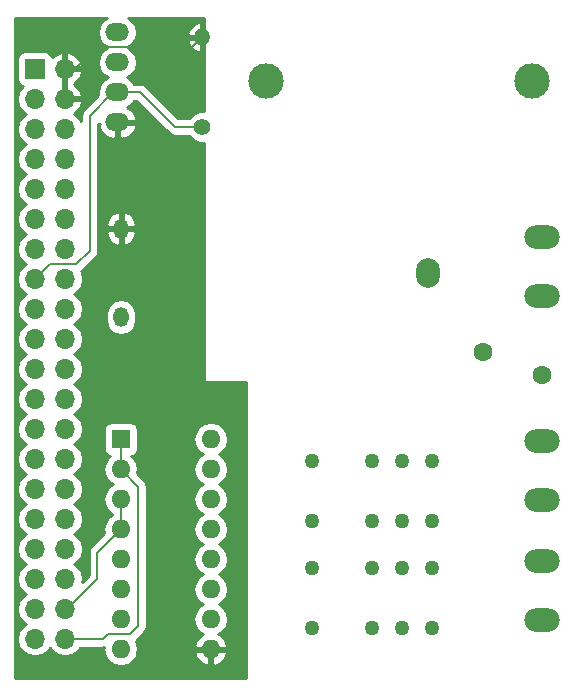
<source format=gbr>
G04 #@! TF.FileFunction,Copper,L2,Bot,Signal*
%FSLAX46Y46*%
G04 Gerber Fmt 4.6, Leading zero omitted, Abs format (unit mm)*
G04 Created by KiCad (PCBNEW 4.0.7) date 12/06/18 03:02:26*
%MOMM*%
%LPD*%
G01*
G04 APERTURE LIST*
%ADD10C,0.100000*%
%ADD11C,1.270000*%
%ADD12C,3.000000*%
%ADD13R,1.700000X1.700000*%
%ADD14O,1.700000X1.700000*%
%ADD15O,3.000000X2.000000*%
%ADD16C,1.400000*%
%ADD17O,1.400000X1.400000*%
%ADD18C,1.600000*%
%ADD19O,2.000000X1.500000*%
%ADD20R,1.600000X1.600000*%
%ADD21O,1.600000X1.600000*%
%ADD22O,2.000000X2.500000*%
%ADD23O,1.300000X1.700000*%
%ADD24C,0.200000*%
%ADD25C,0.254000*%
G04 APERTURE END LIST*
D10*
D11*
X60274600Y-79830000D03*
X65354600Y-79830000D03*
X67894600Y-79830000D03*
X70434600Y-79830000D03*
X70434600Y-74750000D03*
X67894600Y-74750000D03*
X65354600Y-74750000D03*
X60274600Y-74750000D03*
X60274600Y-70830000D03*
X65354600Y-70830000D03*
X67894600Y-70830000D03*
X70434600Y-70830000D03*
X70434600Y-65750000D03*
X67894600Y-65750000D03*
X65354600Y-65750000D03*
X60274600Y-65750000D03*
D12*
X78892400Y-33528000D03*
X56392400Y-33528000D03*
D13*
X36830000Y-32512000D03*
D14*
X39370000Y-32512000D03*
X36830000Y-35052000D03*
X39370000Y-35052000D03*
X36830000Y-37592000D03*
X39370000Y-37592000D03*
X36830000Y-40132000D03*
X39370000Y-40132000D03*
X36830000Y-42672000D03*
X39370000Y-42672000D03*
X36830000Y-45212000D03*
X39370000Y-45212000D03*
X36830000Y-47752000D03*
X39370000Y-47752000D03*
X36830000Y-50292000D03*
X39370000Y-50292000D03*
X36830000Y-52832000D03*
X39370000Y-52832000D03*
X36830000Y-55372000D03*
X39370000Y-55372000D03*
X36830000Y-57912000D03*
X39370000Y-57912000D03*
X36830000Y-60452000D03*
X39370000Y-60452000D03*
X36830000Y-62992000D03*
X39370000Y-62992000D03*
X36830000Y-65532000D03*
X39370000Y-65532000D03*
X36830000Y-68072000D03*
X39370000Y-68072000D03*
X36830000Y-70612000D03*
X39370000Y-70612000D03*
X36830000Y-73152000D03*
X39370000Y-73152000D03*
X36830000Y-75692000D03*
X39370000Y-75692000D03*
X36830000Y-78232000D03*
X39370000Y-78232000D03*
X36830000Y-80772000D03*
X39370000Y-80772000D03*
D15*
X79756000Y-79208000D03*
X79756000Y-74208000D03*
X79756000Y-51776000D03*
X79756000Y-46776000D03*
X79756000Y-69048000D03*
X79756000Y-64048000D03*
D16*
X51003200Y-37439600D03*
D17*
X51003200Y-29819600D03*
D18*
X79756000Y-58420000D03*
X74756000Y-56520000D03*
D19*
X43797600Y-37033200D03*
X43797600Y-34493200D03*
X43797600Y-31953200D03*
X43797600Y-29413200D03*
D20*
X44094400Y-63855600D03*
D21*
X51714400Y-81635600D03*
X44094400Y-66395600D03*
X51714400Y-79095600D03*
X44094400Y-68935600D03*
X51714400Y-76555600D03*
X44094400Y-71475600D03*
X51714400Y-74015600D03*
X44094400Y-74015600D03*
X51714400Y-71475600D03*
X44094400Y-76555600D03*
X51714400Y-68935600D03*
X44094400Y-79095600D03*
X51714400Y-66395600D03*
X44094400Y-81635600D03*
X51714400Y-63855600D03*
D22*
X70116000Y-49784000D03*
D23*
X44116000Y-46034000D03*
X44116000Y-53534000D03*
D24*
X39370000Y-32512000D02*
X40182800Y-32512000D01*
X40182800Y-32512000D02*
X42011600Y-30683200D01*
X42011600Y-30683200D02*
X50139600Y-30683200D01*
X50139600Y-30683200D02*
X51003200Y-29819600D01*
X51003200Y-37439600D02*
X48666400Y-37439600D01*
X45720000Y-34493200D02*
X43434000Y-34493200D01*
X48666400Y-37439600D02*
X45720000Y-34493200D01*
X43434000Y-34493200D02*
X41452800Y-36474400D01*
X41452800Y-36474400D02*
X41452800Y-47904400D01*
X41452800Y-47904400D02*
X40335200Y-49022000D01*
X40335200Y-49022000D02*
X38100000Y-49022000D01*
X38100000Y-49022000D02*
X36830000Y-50292000D01*
X39370000Y-78232000D02*
X39573200Y-78232000D01*
X39573200Y-78232000D02*
X42113200Y-75692000D01*
X42113200Y-75692000D02*
X42113200Y-73456800D01*
X42113200Y-73456800D02*
X44094400Y-71475600D01*
X44094400Y-71475600D02*
X44094400Y-68935600D01*
X39370000Y-80772000D02*
X42570400Y-80772000D01*
X45567600Y-67868800D02*
X44094400Y-66395600D01*
X45567600Y-79705200D02*
X45567600Y-67868800D01*
X44907200Y-80365600D02*
X45567600Y-79705200D01*
X42976800Y-80365600D02*
X44907200Y-80365600D01*
X42570400Y-80772000D02*
X42976800Y-80365600D01*
X44094400Y-66395600D02*
X44094400Y-63855600D01*
D25*
G36*
X42536225Y-28433857D02*
X42235995Y-28883183D01*
X42130568Y-29413200D01*
X42235995Y-29943217D01*
X42536225Y-30392543D01*
X42971224Y-30683200D01*
X42536225Y-30973857D01*
X42235995Y-31423183D01*
X42130568Y-31953200D01*
X42235995Y-32483217D01*
X42536225Y-32932543D01*
X42971224Y-33223200D01*
X42536225Y-33513857D01*
X42235995Y-33963183D01*
X42130568Y-34493200D01*
X42174366Y-34713387D01*
X40933077Y-35954677D01*
X40773749Y-36193128D01*
X40717800Y-36474400D01*
X40717800Y-36944015D01*
X40449147Y-36541946D01*
X40108447Y-36314298D01*
X40251358Y-36247183D01*
X40641645Y-35818924D01*
X40811476Y-35408890D01*
X40690155Y-35179000D01*
X39497000Y-35179000D01*
X39497000Y-35199000D01*
X39243000Y-35199000D01*
X39243000Y-35179000D01*
X39223000Y-35179000D01*
X39223000Y-34925000D01*
X39243000Y-34925000D01*
X39243000Y-32639000D01*
X39497000Y-32639000D01*
X39497000Y-34925000D01*
X40690155Y-34925000D01*
X40811476Y-34695110D01*
X40641645Y-34285076D01*
X40251358Y-33856817D01*
X40092046Y-33782000D01*
X40251358Y-33707183D01*
X40641645Y-33278924D01*
X40811476Y-32868890D01*
X40690155Y-32639000D01*
X39497000Y-32639000D01*
X39243000Y-32639000D01*
X39223000Y-32639000D01*
X39223000Y-32385000D01*
X39243000Y-32385000D01*
X39243000Y-31191181D01*
X39497000Y-31191181D01*
X39497000Y-32385000D01*
X40690155Y-32385000D01*
X40811476Y-32155110D01*
X40641645Y-31745076D01*
X40251358Y-31316817D01*
X39726892Y-31070514D01*
X39497000Y-31191181D01*
X39243000Y-31191181D01*
X39013108Y-31070514D01*
X38488642Y-31316817D01*
X38301192Y-31522504D01*
X38283162Y-31426683D01*
X38144090Y-31210559D01*
X37931890Y-31065569D01*
X37680000Y-31014560D01*
X35980000Y-31014560D01*
X35744683Y-31058838D01*
X35528559Y-31197910D01*
X35383569Y-31410110D01*
X35332560Y-31662000D01*
X35332560Y-33362000D01*
X35376838Y-33597317D01*
X35515910Y-33813441D01*
X35728110Y-33958431D01*
X35795541Y-33972086D01*
X35750853Y-34001946D01*
X35428946Y-34483715D01*
X35315907Y-35052000D01*
X35428946Y-35620285D01*
X35750853Y-36102054D01*
X36080026Y-36322000D01*
X35750853Y-36541946D01*
X35428946Y-37023715D01*
X35315907Y-37592000D01*
X35428946Y-38160285D01*
X35750853Y-38642054D01*
X36080026Y-38862000D01*
X35750853Y-39081946D01*
X35428946Y-39563715D01*
X35315907Y-40132000D01*
X35428946Y-40700285D01*
X35750853Y-41182054D01*
X36080026Y-41402000D01*
X35750853Y-41621946D01*
X35428946Y-42103715D01*
X35315907Y-42672000D01*
X35428946Y-43240285D01*
X35750853Y-43722054D01*
X36080026Y-43942000D01*
X35750853Y-44161946D01*
X35428946Y-44643715D01*
X35315907Y-45212000D01*
X35428946Y-45780285D01*
X35750853Y-46262054D01*
X36080026Y-46482000D01*
X35750853Y-46701946D01*
X35428946Y-47183715D01*
X35315907Y-47752000D01*
X35428946Y-48320285D01*
X35750853Y-48802054D01*
X36080026Y-49022000D01*
X35750853Y-49241946D01*
X35428946Y-49723715D01*
X35315907Y-50292000D01*
X35428946Y-50860285D01*
X35750853Y-51342054D01*
X36080026Y-51562000D01*
X35750853Y-51781946D01*
X35428946Y-52263715D01*
X35315907Y-52832000D01*
X35428946Y-53400285D01*
X35750853Y-53882054D01*
X36080026Y-54102000D01*
X35750853Y-54321946D01*
X35428946Y-54803715D01*
X35315907Y-55372000D01*
X35428946Y-55940285D01*
X35750853Y-56422054D01*
X36080026Y-56642000D01*
X35750853Y-56861946D01*
X35428946Y-57343715D01*
X35315907Y-57912000D01*
X35428946Y-58480285D01*
X35750853Y-58962054D01*
X36080026Y-59182000D01*
X35750853Y-59401946D01*
X35428946Y-59883715D01*
X35315907Y-60452000D01*
X35428946Y-61020285D01*
X35750853Y-61502054D01*
X36080026Y-61722000D01*
X35750853Y-61941946D01*
X35428946Y-62423715D01*
X35315907Y-62992000D01*
X35428946Y-63560285D01*
X35750853Y-64042054D01*
X36080026Y-64262000D01*
X35750853Y-64481946D01*
X35428946Y-64963715D01*
X35315907Y-65532000D01*
X35428946Y-66100285D01*
X35750853Y-66582054D01*
X36080026Y-66802000D01*
X35750853Y-67021946D01*
X35428946Y-67503715D01*
X35315907Y-68072000D01*
X35428946Y-68640285D01*
X35750853Y-69122054D01*
X36080026Y-69342000D01*
X35750853Y-69561946D01*
X35428946Y-70043715D01*
X35315907Y-70612000D01*
X35428946Y-71180285D01*
X35750853Y-71662054D01*
X36080026Y-71882000D01*
X35750853Y-72101946D01*
X35428946Y-72583715D01*
X35315907Y-73152000D01*
X35428946Y-73720285D01*
X35750853Y-74202054D01*
X36080026Y-74422000D01*
X35750853Y-74641946D01*
X35428946Y-75123715D01*
X35315907Y-75692000D01*
X35428946Y-76260285D01*
X35750853Y-76742054D01*
X36080026Y-76962000D01*
X35750853Y-77181946D01*
X35428946Y-77663715D01*
X35315907Y-78232000D01*
X35428946Y-78800285D01*
X35750853Y-79282054D01*
X36080026Y-79502000D01*
X35750853Y-79721946D01*
X35428946Y-80203715D01*
X35315907Y-80772000D01*
X35428946Y-81340285D01*
X35750853Y-81822054D01*
X36232622Y-82143961D01*
X36800907Y-82257000D01*
X36859093Y-82257000D01*
X37427378Y-82143961D01*
X37909147Y-81822054D01*
X38100000Y-81536422D01*
X38290853Y-81822054D01*
X38772622Y-82143961D01*
X39340907Y-82257000D01*
X39399093Y-82257000D01*
X39967378Y-82143961D01*
X40449147Y-81822054D01*
X40659659Y-81507000D01*
X42570400Y-81507000D01*
X42660429Y-81489092D01*
X42631287Y-81635600D01*
X42740520Y-82184751D01*
X43051589Y-82650298D01*
X43517136Y-82961367D01*
X44066287Y-83070600D01*
X44122513Y-83070600D01*
X44671664Y-82961367D01*
X45137211Y-82650298D01*
X45448280Y-82184751D01*
X45488084Y-81984639D01*
X50322496Y-81984639D01*
X50483359Y-82373023D01*
X50859266Y-82787989D01*
X51365359Y-83027514D01*
X51587400Y-82906229D01*
X51587400Y-81762600D01*
X51841400Y-81762600D01*
X51841400Y-82906229D01*
X52063441Y-83027514D01*
X52569534Y-82787989D01*
X52945441Y-82373023D01*
X53106304Y-81984639D01*
X52984315Y-81762600D01*
X51841400Y-81762600D01*
X51587400Y-81762600D01*
X50444485Y-81762600D01*
X50322496Y-81984639D01*
X45488084Y-81984639D01*
X45557513Y-81635600D01*
X45448280Y-81086449D01*
X45348780Y-80937537D01*
X45426923Y-80885323D01*
X46087324Y-80224923D01*
X46246651Y-79986472D01*
X46302600Y-79705200D01*
X46302600Y-67868800D01*
X46246651Y-67587528D01*
X46246651Y-67587527D01*
X46087323Y-67349076D01*
X45487222Y-66748976D01*
X45557513Y-66395600D01*
X45448280Y-65846449D01*
X45137211Y-65380902D01*
X44992935Y-65284499D01*
X45129717Y-65258762D01*
X45345841Y-65119690D01*
X45490831Y-64907490D01*
X45541840Y-64655600D01*
X45541840Y-63855600D01*
X50251287Y-63855600D01*
X50360520Y-64404751D01*
X50671589Y-64870298D01*
X51053675Y-65125600D01*
X50671589Y-65380902D01*
X50360520Y-65846449D01*
X50251287Y-66395600D01*
X50360520Y-66944751D01*
X50671589Y-67410298D01*
X51053675Y-67665600D01*
X50671589Y-67920902D01*
X50360520Y-68386449D01*
X50251287Y-68935600D01*
X50360520Y-69484751D01*
X50671589Y-69950298D01*
X51053675Y-70205600D01*
X50671589Y-70460902D01*
X50360520Y-70926449D01*
X50251287Y-71475600D01*
X50360520Y-72024751D01*
X50671589Y-72490298D01*
X51053675Y-72745600D01*
X50671589Y-73000902D01*
X50360520Y-73466449D01*
X50251287Y-74015600D01*
X50360520Y-74564751D01*
X50671589Y-75030298D01*
X51053675Y-75285600D01*
X50671589Y-75540902D01*
X50360520Y-76006449D01*
X50251287Y-76555600D01*
X50360520Y-77104751D01*
X50671589Y-77570298D01*
X51053675Y-77825600D01*
X50671589Y-78080902D01*
X50360520Y-78546449D01*
X50251287Y-79095600D01*
X50360520Y-79644751D01*
X50671589Y-80110298D01*
X51076103Y-80380586D01*
X50859266Y-80483211D01*
X50483359Y-80898177D01*
X50322496Y-81286561D01*
X50444485Y-81508600D01*
X51587400Y-81508600D01*
X51587400Y-81488600D01*
X51841400Y-81488600D01*
X51841400Y-81508600D01*
X52984315Y-81508600D01*
X53106304Y-81286561D01*
X52945441Y-80898177D01*
X52569534Y-80483211D01*
X52352697Y-80380586D01*
X52757211Y-80110298D01*
X53068280Y-79644751D01*
X53177513Y-79095600D01*
X53068280Y-78546449D01*
X52757211Y-78080902D01*
X52375125Y-77825600D01*
X52757211Y-77570298D01*
X53068280Y-77104751D01*
X53177513Y-76555600D01*
X53068280Y-76006449D01*
X52757211Y-75540902D01*
X52375125Y-75285600D01*
X52757211Y-75030298D01*
X53068280Y-74564751D01*
X53177513Y-74015600D01*
X53068280Y-73466449D01*
X52757211Y-73000902D01*
X52375125Y-72745600D01*
X52757211Y-72490298D01*
X53068280Y-72024751D01*
X53177513Y-71475600D01*
X53068280Y-70926449D01*
X52757211Y-70460902D01*
X52375125Y-70205600D01*
X52757211Y-69950298D01*
X53068280Y-69484751D01*
X53177513Y-68935600D01*
X53068280Y-68386449D01*
X52757211Y-67920902D01*
X52375125Y-67665600D01*
X52757211Y-67410298D01*
X53068280Y-66944751D01*
X53177513Y-66395600D01*
X53068280Y-65846449D01*
X52757211Y-65380902D01*
X52375125Y-65125600D01*
X52757211Y-64870298D01*
X53068280Y-64404751D01*
X53177513Y-63855600D01*
X53068280Y-63306449D01*
X52757211Y-62840902D01*
X52291664Y-62529833D01*
X51742513Y-62420600D01*
X51686287Y-62420600D01*
X51137136Y-62529833D01*
X50671589Y-62840902D01*
X50360520Y-63306449D01*
X50251287Y-63855600D01*
X45541840Y-63855600D01*
X45541840Y-63055600D01*
X45497562Y-62820283D01*
X45358490Y-62604159D01*
X45146290Y-62459169D01*
X44894400Y-62408160D01*
X43294400Y-62408160D01*
X43059083Y-62452438D01*
X42842959Y-62591510D01*
X42697969Y-62803710D01*
X42646960Y-63055600D01*
X42646960Y-64655600D01*
X42691238Y-64890917D01*
X42830310Y-65107041D01*
X43042510Y-65252031D01*
X43197489Y-65283415D01*
X43051589Y-65380902D01*
X42740520Y-65846449D01*
X42631287Y-66395600D01*
X42740520Y-66944751D01*
X43051589Y-67410298D01*
X43433675Y-67665600D01*
X43051589Y-67920902D01*
X42740520Y-68386449D01*
X42631287Y-68935600D01*
X42740520Y-69484751D01*
X43051589Y-69950298D01*
X43359400Y-70155971D01*
X43359400Y-70255229D01*
X43051589Y-70460902D01*
X42740520Y-70926449D01*
X42631287Y-71475600D01*
X42701578Y-71828976D01*
X41593477Y-72937077D01*
X41434149Y-73175528D01*
X41378200Y-73456800D01*
X41378200Y-75387553D01*
X40837000Y-75928754D01*
X40884093Y-75692000D01*
X40771054Y-75123715D01*
X40449147Y-74641946D01*
X40119974Y-74422000D01*
X40449147Y-74202054D01*
X40771054Y-73720285D01*
X40884093Y-73152000D01*
X40771054Y-72583715D01*
X40449147Y-72101946D01*
X40119974Y-71882000D01*
X40449147Y-71662054D01*
X40771054Y-71180285D01*
X40884093Y-70612000D01*
X40771054Y-70043715D01*
X40449147Y-69561946D01*
X40119974Y-69342000D01*
X40449147Y-69122054D01*
X40771054Y-68640285D01*
X40884093Y-68072000D01*
X40771054Y-67503715D01*
X40449147Y-67021946D01*
X40119974Y-66802000D01*
X40449147Y-66582054D01*
X40771054Y-66100285D01*
X40884093Y-65532000D01*
X40771054Y-64963715D01*
X40449147Y-64481946D01*
X40119974Y-64262000D01*
X40449147Y-64042054D01*
X40771054Y-63560285D01*
X40884093Y-62992000D01*
X40771054Y-62423715D01*
X40449147Y-61941946D01*
X40119974Y-61722000D01*
X40449147Y-61502054D01*
X40771054Y-61020285D01*
X40884093Y-60452000D01*
X40771054Y-59883715D01*
X40449147Y-59401946D01*
X40119974Y-59182000D01*
X40449147Y-58962054D01*
X40771054Y-58480285D01*
X40884093Y-57912000D01*
X40771054Y-57343715D01*
X40449147Y-56861946D01*
X40119974Y-56642000D01*
X40449147Y-56422054D01*
X40771054Y-55940285D01*
X40884093Y-55372000D01*
X40771054Y-54803715D01*
X40449147Y-54321946D01*
X40119974Y-54102000D01*
X40449147Y-53882054D01*
X40771054Y-53400285D01*
X40790025Y-53304907D01*
X42831000Y-53304907D01*
X42831000Y-53763093D01*
X42928815Y-54254841D01*
X43207368Y-54671725D01*
X43624252Y-54950278D01*
X44116000Y-55048093D01*
X44607748Y-54950278D01*
X45024632Y-54671725D01*
X45303185Y-54254841D01*
X45401000Y-53763093D01*
X45401000Y-53304907D01*
X45303185Y-52813159D01*
X45024632Y-52396275D01*
X44607748Y-52117722D01*
X44116000Y-52019907D01*
X43624252Y-52117722D01*
X43207368Y-52396275D01*
X42928815Y-52813159D01*
X42831000Y-53304907D01*
X40790025Y-53304907D01*
X40884093Y-52832000D01*
X40771054Y-52263715D01*
X40449147Y-51781946D01*
X40119974Y-51562000D01*
X40449147Y-51342054D01*
X40771054Y-50860285D01*
X40884093Y-50292000D01*
X40771054Y-49723715D01*
X40712872Y-49636639D01*
X40854923Y-49541723D01*
X41972523Y-48424124D01*
X42131851Y-48185672D01*
X42157485Y-48056800D01*
X42187800Y-47904400D01*
X42187800Y-46363480D01*
X42831849Y-46363480D01*
X42979149Y-46845047D01*
X43299524Y-47233588D01*
X43744200Y-47469951D01*
X43790529Y-47477099D01*
X43989000Y-47353067D01*
X43989000Y-46161000D01*
X44243000Y-46161000D01*
X44243000Y-47353067D01*
X44441471Y-47477099D01*
X44487800Y-47469951D01*
X44932476Y-47233588D01*
X45252851Y-46845047D01*
X45400151Y-46363480D01*
X45245846Y-46161000D01*
X44243000Y-46161000D01*
X43989000Y-46161000D01*
X42986154Y-46161000D01*
X42831849Y-46363480D01*
X42187800Y-46363480D01*
X42187800Y-45704520D01*
X42831849Y-45704520D01*
X42986154Y-45907000D01*
X43989000Y-45907000D01*
X43989000Y-44714933D01*
X44243000Y-44714933D01*
X44243000Y-45907000D01*
X45245846Y-45907000D01*
X45400151Y-45704520D01*
X45252851Y-45222953D01*
X44932476Y-44834412D01*
X44487800Y-44598049D01*
X44441471Y-44590901D01*
X44243000Y-44714933D01*
X43989000Y-44714933D01*
X43790529Y-44590901D01*
X43744200Y-44598049D01*
X43299524Y-44834412D01*
X42979149Y-45222953D01*
X42831849Y-45704520D01*
X42187800Y-45704520D01*
X42187800Y-37160202D01*
X42327943Y-37160202D01*
X42205282Y-37374385D01*
X42224119Y-37477435D01*
X42494864Y-37950094D01*
X42925879Y-38283164D01*
X43451545Y-38425939D01*
X43670600Y-38265068D01*
X43670600Y-37160200D01*
X43924600Y-37160200D01*
X43924600Y-38265068D01*
X44143655Y-38425939D01*
X44669321Y-38283164D01*
X45100336Y-37950094D01*
X45371081Y-37477435D01*
X45389918Y-37374385D01*
X45267256Y-37160200D01*
X43924600Y-37160200D01*
X43670600Y-37160200D01*
X43650600Y-37160200D01*
X43650600Y-36906200D01*
X43670600Y-36906200D01*
X43670600Y-36886200D01*
X43924600Y-36886200D01*
X43924600Y-36906200D01*
X45267256Y-36906200D01*
X45389918Y-36692015D01*
X45371081Y-36588965D01*
X45100336Y-36116306D01*
X44669321Y-35783236D01*
X44615761Y-35768689D01*
X45058975Y-35472543D01*
X45222240Y-35228200D01*
X45415554Y-35228200D01*
X48146677Y-37959324D01*
X48385128Y-38118651D01*
X48666400Y-38174600D01*
X49862424Y-38174600D01*
X49870782Y-38194829D01*
X50245996Y-38570698D01*
X50736487Y-38774368D01*
X51181000Y-38774756D01*
X51181000Y-58928000D01*
X51191006Y-58977410D01*
X51219447Y-59019035D01*
X51261841Y-59046315D01*
X51308000Y-59055000D01*
X54737000Y-59055000D01*
X54737000Y-84075200D01*
X35152400Y-84075200D01*
X35152400Y-28192800D01*
X42896992Y-28192800D01*
X42536225Y-28433857D01*
X42536225Y-28433857D01*
G37*
X42536225Y-28433857D02*
X42235995Y-28883183D01*
X42130568Y-29413200D01*
X42235995Y-29943217D01*
X42536225Y-30392543D01*
X42971224Y-30683200D01*
X42536225Y-30973857D01*
X42235995Y-31423183D01*
X42130568Y-31953200D01*
X42235995Y-32483217D01*
X42536225Y-32932543D01*
X42971224Y-33223200D01*
X42536225Y-33513857D01*
X42235995Y-33963183D01*
X42130568Y-34493200D01*
X42174366Y-34713387D01*
X40933077Y-35954677D01*
X40773749Y-36193128D01*
X40717800Y-36474400D01*
X40717800Y-36944015D01*
X40449147Y-36541946D01*
X40108447Y-36314298D01*
X40251358Y-36247183D01*
X40641645Y-35818924D01*
X40811476Y-35408890D01*
X40690155Y-35179000D01*
X39497000Y-35179000D01*
X39497000Y-35199000D01*
X39243000Y-35199000D01*
X39243000Y-35179000D01*
X39223000Y-35179000D01*
X39223000Y-34925000D01*
X39243000Y-34925000D01*
X39243000Y-32639000D01*
X39497000Y-32639000D01*
X39497000Y-34925000D01*
X40690155Y-34925000D01*
X40811476Y-34695110D01*
X40641645Y-34285076D01*
X40251358Y-33856817D01*
X40092046Y-33782000D01*
X40251358Y-33707183D01*
X40641645Y-33278924D01*
X40811476Y-32868890D01*
X40690155Y-32639000D01*
X39497000Y-32639000D01*
X39243000Y-32639000D01*
X39223000Y-32639000D01*
X39223000Y-32385000D01*
X39243000Y-32385000D01*
X39243000Y-31191181D01*
X39497000Y-31191181D01*
X39497000Y-32385000D01*
X40690155Y-32385000D01*
X40811476Y-32155110D01*
X40641645Y-31745076D01*
X40251358Y-31316817D01*
X39726892Y-31070514D01*
X39497000Y-31191181D01*
X39243000Y-31191181D01*
X39013108Y-31070514D01*
X38488642Y-31316817D01*
X38301192Y-31522504D01*
X38283162Y-31426683D01*
X38144090Y-31210559D01*
X37931890Y-31065569D01*
X37680000Y-31014560D01*
X35980000Y-31014560D01*
X35744683Y-31058838D01*
X35528559Y-31197910D01*
X35383569Y-31410110D01*
X35332560Y-31662000D01*
X35332560Y-33362000D01*
X35376838Y-33597317D01*
X35515910Y-33813441D01*
X35728110Y-33958431D01*
X35795541Y-33972086D01*
X35750853Y-34001946D01*
X35428946Y-34483715D01*
X35315907Y-35052000D01*
X35428946Y-35620285D01*
X35750853Y-36102054D01*
X36080026Y-36322000D01*
X35750853Y-36541946D01*
X35428946Y-37023715D01*
X35315907Y-37592000D01*
X35428946Y-38160285D01*
X35750853Y-38642054D01*
X36080026Y-38862000D01*
X35750853Y-39081946D01*
X35428946Y-39563715D01*
X35315907Y-40132000D01*
X35428946Y-40700285D01*
X35750853Y-41182054D01*
X36080026Y-41402000D01*
X35750853Y-41621946D01*
X35428946Y-42103715D01*
X35315907Y-42672000D01*
X35428946Y-43240285D01*
X35750853Y-43722054D01*
X36080026Y-43942000D01*
X35750853Y-44161946D01*
X35428946Y-44643715D01*
X35315907Y-45212000D01*
X35428946Y-45780285D01*
X35750853Y-46262054D01*
X36080026Y-46482000D01*
X35750853Y-46701946D01*
X35428946Y-47183715D01*
X35315907Y-47752000D01*
X35428946Y-48320285D01*
X35750853Y-48802054D01*
X36080026Y-49022000D01*
X35750853Y-49241946D01*
X35428946Y-49723715D01*
X35315907Y-50292000D01*
X35428946Y-50860285D01*
X35750853Y-51342054D01*
X36080026Y-51562000D01*
X35750853Y-51781946D01*
X35428946Y-52263715D01*
X35315907Y-52832000D01*
X35428946Y-53400285D01*
X35750853Y-53882054D01*
X36080026Y-54102000D01*
X35750853Y-54321946D01*
X35428946Y-54803715D01*
X35315907Y-55372000D01*
X35428946Y-55940285D01*
X35750853Y-56422054D01*
X36080026Y-56642000D01*
X35750853Y-56861946D01*
X35428946Y-57343715D01*
X35315907Y-57912000D01*
X35428946Y-58480285D01*
X35750853Y-58962054D01*
X36080026Y-59182000D01*
X35750853Y-59401946D01*
X35428946Y-59883715D01*
X35315907Y-60452000D01*
X35428946Y-61020285D01*
X35750853Y-61502054D01*
X36080026Y-61722000D01*
X35750853Y-61941946D01*
X35428946Y-62423715D01*
X35315907Y-62992000D01*
X35428946Y-63560285D01*
X35750853Y-64042054D01*
X36080026Y-64262000D01*
X35750853Y-64481946D01*
X35428946Y-64963715D01*
X35315907Y-65532000D01*
X35428946Y-66100285D01*
X35750853Y-66582054D01*
X36080026Y-66802000D01*
X35750853Y-67021946D01*
X35428946Y-67503715D01*
X35315907Y-68072000D01*
X35428946Y-68640285D01*
X35750853Y-69122054D01*
X36080026Y-69342000D01*
X35750853Y-69561946D01*
X35428946Y-70043715D01*
X35315907Y-70612000D01*
X35428946Y-71180285D01*
X35750853Y-71662054D01*
X36080026Y-71882000D01*
X35750853Y-72101946D01*
X35428946Y-72583715D01*
X35315907Y-73152000D01*
X35428946Y-73720285D01*
X35750853Y-74202054D01*
X36080026Y-74422000D01*
X35750853Y-74641946D01*
X35428946Y-75123715D01*
X35315907Y-75692000D01*
X35428946Y-76260285D01*
X35750853Y-76742054D01*
X36080026Y-76962000D01*
X35750853Y-77181946D01*
X35428946Y-77663715D01*
X35315907Y-78232000D01*
X35428946Y-78800285D01*
X35750853Y-79282054D01*
X36080026Y-79502000D01*
X35750853Y-79721946D01*
X35428946Y-80203715D01*
X35315907Y-80772000D01*
X35428946Y-81340285D01*
X35750853Y-81822054D01*
X36232622Y-82143961D01*
X36800907Y-82257000D01*
X36859093Y-82257000D01*
X37427378Y-82143961D01*
X37909147Y-81822054D01*
X38100000Y-81536422D01*
X38290853Y-81822054D01*
X38772622Y-82143961D01*
X39340907Y-82257000D01*
X39399093Y-82257000D01*
X39967378Y-82143961D01*
X40449147Y-81822054D01*
X40659659Y-81507000D01*
X42570400Y-81507000D01*
X42660429Y-81489092D01*
X42631287Y-81635600D01*
X42740520Y-82184751D01*
X43051589Y-82650298D01*
X43517136Y-82961367D01*
X44066287Y-83070600D01*
X44122513Y-83070600D01*
X44671664Y-82961367D01*
X45137211Y-82650298D01*
X45448280Y-82184751D01*
X45488084Y-81984639D01*
X50322496Y-81984639D01*
X50483359Y-82373023D01*
X50859266Y-82787989D01*
X51365359Y-83027514D01*
X51587400Y-82906229D01*
X51587400Y-81762600D01*
X51841400Y-81762600D01*
X51841400Y-82906229D01*
X52063441Y-83027514D01*
X52569534Y-82787989D01*
X52945441Y-82373023D01*
X53106304Y-81984639D01*
X52984315Y-81762600D01*
X51841400Y-81762600D01*
X51587400Y-81762600D01*
X50444485Y-81762600D01*
X50322496Y-81984639D01*
X45488084Y-81984639D01*
X45557513Y-81635600D01*
X45448280Y-81086449D01*
X45348780Y-80937537D01*
X45426923Y-80885323D01*
X46087324Y-80224923D01*
X46246651Y-79986472D01*
X46302600Y-79705200D01*
X46302600Y-67868800D01*
X46246651Y-67587528D01*
X46246651Y-67587527D01*
X46087323Y-67349076D01*
X45487222Y-66748976D01*
X45557513Y-66395600D01*
X45448280Y-65846449D01*
X45137211Y-65380902D01*
X44992935Y-65284499D01*
X45129717Y-65258762D01*
X45345841Y-65119690D01*
X45490831Y-64907490D01*
X45541840Y-64655600D01*
X45541840Y-63855600D01*
X50251287Y-63855600D01*
X50360520Y-64404751D01*
X50671589Y-64870298D01*
X51053675Y-65125600D01*
X50671589Y-65380902D01*
X50360520Y-65846449D01*
X50251287Y-66395600D01*
X50360520Y-66944751D01*
X50671589Y-67410298D01*
X51053675Y-67665600D01*
X50671589Y-67920902D01*
X50360520Y-68386449D01*
X50251287Y-68935600D01*
X50360520Y-69484751D01*
X50671589Y-69950298D01*
X51053675Y-70205600D01*
X50671589Y-70460902D01*
X50360520Y-70926449D01*
X50251287Y-71475600D01*
X50360520Y-72024751D01*
X50671589Y-72490298D01*
X51053675Y-72745600D01*
X50671589Y-73000902D01*
X50360520Y-73466449D01*
X50251287Y-74015600D01*
X50360520Y-74564751D01*
X50671589Y-75030298D01*
X51053675Y-75285600D01*
X50671589Y-75540902D01*
X50360520Y-76006449D01*
X50251287Y-76555600D01*
X50360520Y-77104751D01*
X50671589Y-77570298D01*
X51053675Y-77825600D01*
X50671589Y-78080902D01*
X50360520Y-78546449D01*
X50251287Y-79095600D01*
X50360520Y-79644751D01*
X50671589Y-80110298D01*
X51076103Y-80380586D01*
X50859266Y-80483211D01*
X50483359Y-80898177D01*
X50322496Y-81286561D01*
X50444485Y-81508600D01*
X51587400Y-81508600D01*
X51587400Y-81488600D01*
X51841400Y-81488600D01*
X51841400Y-81508600D01*
X52984315Y-81508600D01*
X53106304Y-81286561D01*
X52945441Y-80898177D01*
X52569534Y-80483211D01*
X52352697Y-80380586D01*
X52757211Y-80110298D01*
X53068280Y-79644751D01*
X53177513Y-79095600D01*
X53068280Y-78546449D01*
X52757211Y-78080902D01*
X52375125Y-77825600D01*
X52757211Y-77570298D01*
X53068280Y-77104751D01*
X53177513Y-76555600D01*
X53068280Y-76006449D01*
X52757211Y-75540902D01*
X52375125Y-75285600D01*
X52757211Y-75030298D01*
X53068280Y-74564751D01*
X53177513Y-74015600D01*
X53068280Y-73466449D01*
X52757211Y-73000902D01*
X52375125Y-72745600D01*
X52757211Y-72490298D01*
X53068280Y-72024751D01*
X53177513Y-71475600D01*
X53068280Y-70926449D01*
X52757211Y-70460902D01*
X52375125Y-70205600D01*
X52757211Y-69950298D01*
X53068280Y-69484751D01*
X53177513Y-68935600D01*
X53068280Y-68386449D01*
X52757211Y-67920902D01*
X52375125Y-67665600D01*
X52757211Y-67410298D01*
X53068280Y-66944751D01*
X53177513Y-66395600D01*
X53068280Y-65846449D01*
X52757211Y-65380902D01*
X52375125Y-65125600D01*
X52757211Y-64870298D01*
X53068280Y-64404751D01*
X53177513Y-63855600D01*
X53068280Y-63306449D01*
X52757211Y-62840902D01*
X52291664Y-62529833D01*
X51742513Y-62420600D01*
X51686287Y-62420600D01*
X51137136Y-62529833D01*
X50671589Y-62840902D01*
X50360520Y-63306449D01*
X50251287Y-63855600D01*
X45541840Y-63855600D01*
X45541840Y-63055600D01*
X45497562Y-62820283D01*
X45358490Y-62604159D01*
X45146290Y-62459169D01*
X44894400Y-62408160D01*
X43294400Y-62408160D01*
X43059083Y-62452438D01*
X42842959Y-62591510D01*
X42697969Y-62803710D01*
X42646960Y-63055600D01*
X42646960Y-64655600D01*
X42691238Y-64890917D01*
X42830310Y-65107041D01*
X43042510Y-65252031D01*
X43197489Y-65283415D01*
X43051589Y-65380902D01*
X42740520Y-65846449D01*
X42631287Y-66395600D01*
X42740520Y-66944751D01*
X43051589Y-67410298D01*
X43433675Y-67665600D01*
X43051589Y-67920902D01*
X42740520Y-68386449D01*
X42631287Y-68935600D01*
X42740520Y-69484751D01*
X43051589Y-69950298D01*
X43359400Y-70155971D01*
X43359400Y-70255229D01*
X43051589Y-70460902D01*
X42740520Y-70926449D01*
X42631287Y-71475600D01*
X42701578Y-71828976D01*
X41593477Y-72937077D01*
X41434149Y-73175528D01*
X41378200Y-73456800D01*
X41378200Y-75387553D01*
X40837000Y-75928754D01*
X40884093Y-75692000D01*
X40771054Y-75123715D01*
X40449147Y-74641946D01*
X40119974Y-74422000D01*
X40449147Y-74202054D01*
X40771054Y-73720285D01*
X40884093Y-73152000D01*
X40771054Y-72583715D01*
X40449147Y-72101946D01*
X40119974Y-71882000D01*
X40449147Y-71662054D01*
X40771054Y-71180285D01*
X40884093Y-70612000D01*
X40771054Y-70043715D01*
X40449147Y-69561946D01*
X40119974Y-69342000D01*
X40449147Y-69122054D01*
X40771054Y-68640285D01*
X40884093Y-68072000D01*
X40771054Y-67503715D01*
X40449147Y-67021946D01*
X40119974Y-66802000D01*
X40449147Y-66582054D01*
X40771054Y-66100285D01*
X40884093Y-65532000D01*
X40771054Y-64963715D01*
X40449147Y-64481946D01*
X40119974Y-64262000D01*
X40449147Y-64042054D01*
X40771054Y-63560285D01*
X40884093Y-62992000D01*
X40771054Y-62423715D01*
X40449147Y-61941946D01*
X40119974Y-61722000D01*
X40449147Y-61502054D01*
X40771054Y-61020285D01*
X40884093Y-60452000D01*
X40771054Y-59883715D01*
X40449147Y-59401946D01*
X40119974Y-59182000D01*
X40449147Y-58962054D01*
X40771054Y-58480285D01*
X40884093Y-57912000D01*
X40771054Y-57343715D01*
X40449147Y-56861946D01*
X40119974Y-56642000D01*
X40449147Y-56422054D01*
X40771054Y-55940285D01*
X40884093Y-55372000D01*
X40771054Y-54803715D01*
X40449147Y-54321946D01*
X40119974Y-54102000D01*
X40449147Y-53882054D01*
X40771054Y-53400285D01*
X40790025Y-53304907D01*
X42831000Y-53304907D01*
X42831000Y-53763093D01*
X42928815Y-54254841D01*
X43207368Y-54671725D01*
X43624252Y-54950278D01*
X44116000Y-55048093D01*
X44607748Y-54950278D01*
X45024632Y-54671725D01*
X45303185Y-54254841D01*
X45401000Y-53763093D01*
X45401000Y-53304907D01*
X45303185Y-52813159D01*
X45024632Y-52396275D01*
X44607748Y-52117722D01*
X44116000Y-52019907D01*
X43624252Y-52117722D01*
X43207368Y-52396275D01*
X42928815Y-52813159D01*
X42831000Y-53304907D01*
X40790025Y-53304907D01*
X40884093Y-52832000D01*
X40771054Y-52263715D01*
X40449147Y-51781946D01*
X40119974Y-51562000D01*
X40449147Y-51342054D01*
X40771054Y-50860285D01*
X40884093Y-50292000D01*
X40771054Y-49723715D01*
X40712872Y-49636639D01*
X40854923Y-49541723D01*
X41972523Y-48424124D01*
X42131851Y-48185672D01*
X42157485Y-48056800D01*
X42187800Y-47904400D01*
X42187800Y-46363480D01*
X42831849Y-46363480D01*
X42979149Y-46845047D01*
X43299524Y-47233588D01*
X43744200Y-47469951D01*
X43790529Y-47477099D01*
X43989000Y-47353067D01*
X43989000Y-46161000D01*
X44243000Y-46161000D01*
X44243000Y-47353067D01*
X44441471Y-47477099D01*
X44487800Y-47469951D01*
X44932476Y-47233588D01*
X45252851Y-46845047D01*
X45400151Y-46363480D01*
X45245846Y-46161000D01*
X44243000Y-46161000D01*
X43989000Y-46161000D01*
X42986154Y-46161000D01*
X42831849Y-46363480D01*
X42187800Y-46363480D01*
X42187800Y-45704520D01*
X42831849Y-45704520D01*
X42986154Y-45907000D01*
X43989000Y-45907000D01*
X43989000Y-44714933D01*
X44243000Y-44714933D01*
X44243000Y-45907000D01*
X45245846Y-45907000D01*
X45400151Y-45704520D01*
X45252851Y-45222953D01*
X44932476Y-44834412D01*
X44487800Y-44598049D01*
X44441471Y-44590901D01*
X44243000Y-44714933D01*
X43989000Y-44714933D01*
X43790529Y-44590901D01*
X43744200Y-44598049D01*
X43299524Y-44834412D01*
X42979149Y-45222953D01*
X42831849Y-45704520D01*
X42187800Y-45704520D01*
X42187800Y-37160202D01*
X42327943Y-37160202D01*
X42205282Y-37374385D01*
X42224119Y-37477435D01*
X42494864Y-37950094D01*
X42925879Y-38283164D01*
X43451545Y-38425939D01*
X43670600Y-38265068D01*
X43670600Y-37160200D01*
X43924600Y-37160200D01*
X43924600Y-38265068D01*
X44143655Y-38425939D01*
X44669321Y-38283164D01*
X45100336Y-37950094D01*
X45371081Y-37477435D01*
X45389918Y-37374385D01*
X45267256Y-37160200D01*
X43924600Y-37160200D01*
X43670600Y-37160200D01*
X43650600Y-37160200D01*
X43650600Y-36906200D01*
X43670600Y-36906200D01*
X43670600Y-36886200D01*
X43924600Y-36886200D01*
X43924600Y-36906200D01*
X45267256Y-36906200D01*
X45389918Y-36692015D01*
X45371081Y-36588965D01*
X45100336Y-36116306D01*
X44669321Y-35783236D01*
X44615761Y-35768689D01*
X45058975Y-35472543D01*
X45222240Y-35228200D01*
X45415554Y-35228200D01*
X48146677Y-37959324D01*
X48385128Y-38118651D01*
X48666400Y-38174600D01*
X49862424Y-38174600D01*
X49870782Y-38194829D01*
X50245996Y-38570698D01*
X50736487Y-38774368D01*
X51181000Y-38774756D01*
X51181000Y-58928000D01*
X51191006Y-58977410D01*
X51219447Y-59019035D01*
X51261841Y-59046315D01*
X51308000Y-59055000D01*
X54737000Y-59055000D01*
X54737000Y-84075200D01*
X35152400Y-84075200D01*
X35152400Y-28192800D01*
X42896992Y-28192800D01*
X42536225Y-28433857D01*
G36*
X51181000Y-28619858D02*
X51130200Y-28650226D01*
X51130200Y-29692600D01*
X51150200Y-29692600D01*
X51150200Y-29946600D01*
X51130200Y-29946600D01*
X51130200Y-30988974D01*
X51181000Y-31019342D01*
X51181000Y-36104754D01*
X50738817Y-36104369D01*
X50247971Y-36307182D01*
X49872102Y-36682396D01*
X49862882Y-36704600D01*
X48970847Y-36704600D01*
X46239723Y-33973477D01*
X46001272Y-33814149D01*
X45997713Y-33813441D01*
X45720000Y-33758200D01*
X45222240Y-33758200D01*
X45058975Y-33513857D01*
X44623976Y-33223200D01*
X45058975Y-32932543D01*
X45359205Y-32483217D01*
X45464632Y-31953200D01*
X45359205Y-31423183D01*
X45058975Y-30973857D01*
X44623976Y-30683200D01*
X45058975Y-30392543D01*
X45219078Y-30152931D01*
X49710473Y-30152931D01*
X49936436Y-30622263D01*
X50324804Y-30969397D01*
X50669871Y-31112316D01*
X50876200Y-30988974D01*
X50876200Y-29946600D01*
X49832994Y-29946600D01*
X49710473Y-30152931D01*
X45219078Y-30152931D01*
X45359205Y-29943217D01*
X45450097Y-29486269D01*
X49710473Y-29486269D01*
X49832994Y-29692600D01*
X50876200Y-29692600D01*
X50876200Y-28650226D01*
X50669871Y-28526884D01*
X50324804Y-28669803D01*
X49936436Y-29016937D01*
X49710473Y-29486269D01*
X45450097Y-29486269D01*
X45464632Y-29413200D01*
X45359205Y-28883183D01*
X45058975Y-28433857D01*
X44698208Y-28192800D01*
X51181000Y-28192800D01*
X51181000Y-28619858D01*
X51181000Y-28619858D01*
G37*
X51181000Y-28619858D02*
X51130200Y-28650226D01*
X51130200Y-29692600D01*
X51150200Y-29692600D01*
X51150200Y-29946600D01*
X51130200Y-29946600D01*
X51130200Y-30988974D01*
X51181000Y-31019342D01*
X51181000Y-36104754D01*
X50738817Y-36104369D01*
X50247971Y-36307182D01*
X49872102Y-36682396D01*
X49862882Y-36704600D01*
X48970847Y-36704600D01*
X46239723Y-33973477D01*
X46001272Y-33814149D01*
X45997713Y-33813441D01*
X45720000Y-33758200D01*
X45222240Y-33758200D01*
X45058975Y-33513857D01*
X44623976Y-33223200D01*
X45058975Y-32932543D01*
X45359205Y-32483217D01*
X45464632Y-31953200D01*
X45359205Y-31423183D01*
X45058975Y-30973857D01*
X44623976Y-30683200D01*
X45058975Y-30392543D01*
X45219078Y-30152931D01*
X49710473Y-30152931D01*
X49936436Y-30622263D01*
X50324804Y-30969397D01*
X50669871Y-31112316D01*
X50876200Y-30988974D01*
X50876200Y-29946600D01*
X49832994Y-29946600D01*
X49710473Y-30152931D01*
X45219078Y-30152931D01*
X45359205Y-29943217D01*
X45450097Y-29486269D01*
X49710473Y-29486269D01*
X49832994Y-29692600D01*
X50876200Y-29692600D01*
X50876200Y-28650226D01*
X50669871Y-28526884D01*
X50324804Y-28669803D01*
X49936436Y-29016937D01*
X49710473Y-29486269D01*
X45450097Y-29486269D01*
X45464632Y-29413200D01*
X45359205Y-28883183D01*
X45058975Y-28433857D01*
X44698208Y-28192800D01*
X51181000Y-28192800D01*
X51181000Y-28619858D01*
M02*

</source>
